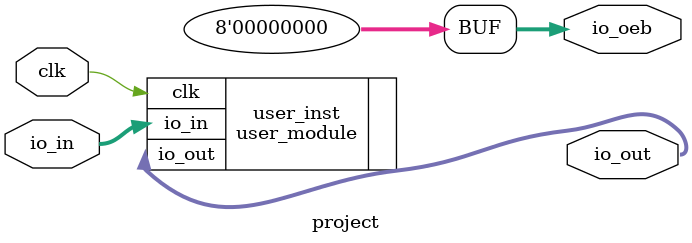
<source format=v>
/*
 * Copyright (c) 2024 Hakan Tasdemir
 * SPDX-License-Identifier: Apache-2.0
 */
`default_nettype none
module project (
    input  wire        clk,      // System clock
    input  wire [7:0]  io_in,    // Input pins (heartbeat, reset, etc.)
    output wire [7:0]  io_out,   // Output pins (pacing pulse, etc.)
    output wire [7:0]  io_oeb    // Output enable (active low, keep outputs enabled)
);

    // Instantiate your user module (pacemaker logic)
    user_module user_inst (
        .clk(clk),
        .io_in(io_in),
        .io_out(io_out)
    );

    // Keep outputs always enabled
    assign io_oeb = 8'b0;

endmodule

</source>
